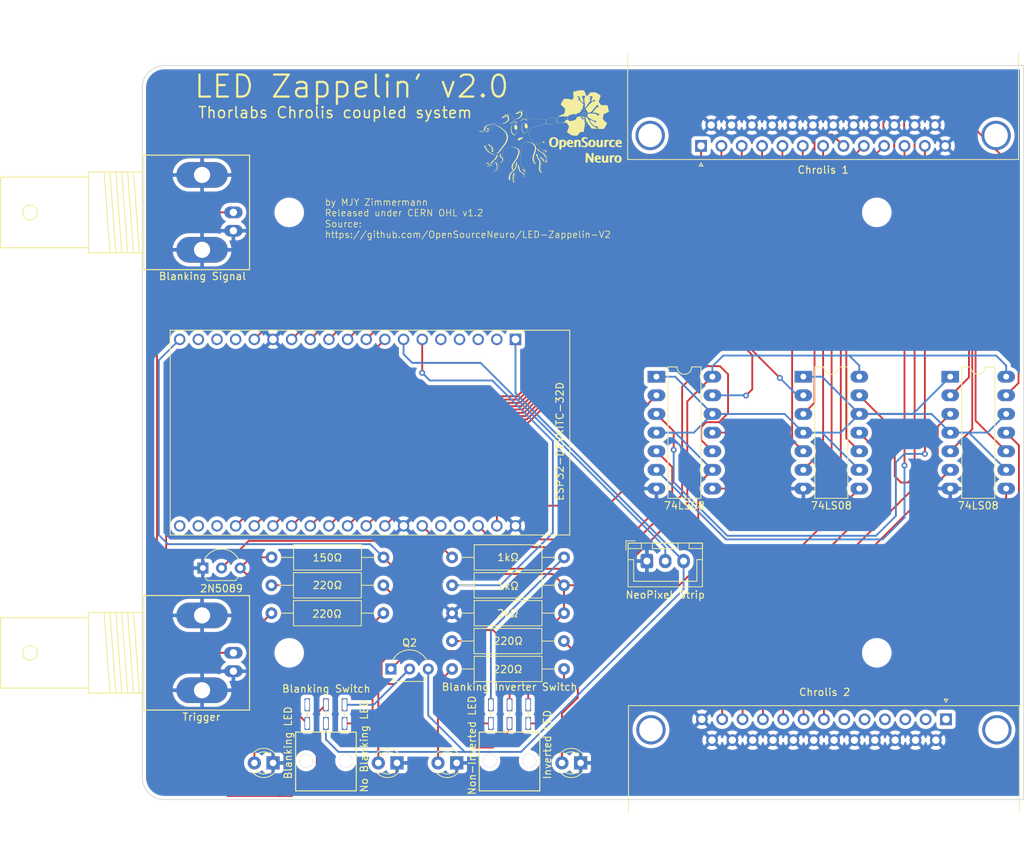
<source format=kicad_pcb>
(kicad_pcb (version 20211014) (generator pcbnew)
  (layers (0 "F.Cu" signal) (31 "B.Cu" signal) (34 "B.Paste" user) (35 "F.Paste" user) (36 "B.SilkS" user "B.Silkscreen") (37 "F.SilkS" user "F.Silkscreen") (38 "B.Mask" user) (39 "F.Mask" user) (44 "Edge.Cuts" user))
  (net 0 "")
  (net 1 "GNDREF")
  (net 2 "Net-(D1-Pad2)")
  (net 3 "Net-(D2-Pad2)")
  (net 4 "Net-(D3-Pad2)")
  (net 5 "Net-(D4-Pad2)")
  (net 6 "Net-(SW1-Pad2)")
  (net 7 "Trigger")
  (net 8 "GPIO15")
  (net 9 "GPIO02")
  (net 10 "GPIO00")
  (net 11 "GPIO04")
  (net 12 "GPIO16")
  (net 13 "GPIO17")
  (net 14 "GPIO Input 6")
  (net 15 "GPIO Input 5")
  (net 16 "GPIO Input 4")
  (net 17 "GPIO Input 3")
  (net 18 "GPIO Input 2")
  (net 19 "GPIO Input 1")
  (net 26 "GPIO Input 12")
  (net 27 "GPIO Input 11")
  (net 28 "GPIO Input 10")
  (net 29 "GPIO Input 9")
  (net 30 "GPIO Input 8")
  (net 31 "GPIO Input 7")
  (net 32 "NeoPixel")
  (net 33 "3.3V")
  (net 34 "Net-(Q1-Pad2)")
  (net 35 "Blanking")
  (net 36 "Net-(R1-Pad1)")
  (net 37 "Net-(R3-Pad2)")
  (net 38 "Net-(R4-Pad2)")
  (net 39 "5V")
  (net 40 "Net-(R6-Pad2)")
  (net 41 "Net-(R7-Pad2)")
  (net 42 "Net-(R8-Pad2)")
  (net 43 "Net-(SW2-Pad5)")
  (net 44 "Net-(SW1-Pad3)")
  (net 49 "GPIO25")
  (net 50 "GPIO26")
  (net 51 "GPIO27")
  (net 52 "GPIO28")
  (net 53 "GPIO12")
  (net 54 "GPIO13")
  (net 58 "GPIO23")
  (net 59 "GPIO22")
  (net 62 "GPIO21")
  (net 63 "GPIO19")
  (net 64 "GPIO18")
  (net 65 "GPIO05")
  (footprint "Module:MODULE_ESP32-DEVKITC-32D" (layer "F.Cu") (at 81 84.85 -90)
    (fp_text reference "U1")
    (fp_text value "ESP32-DEVKITC-32D")
  )
  (footprint "LED_THT:LED_D3.0mm" (layer "F.Cu") (at 109.625 129.85 180)
    (fp_text reference "D3")
    (fp_text value "Inverted LED")
  )
  (footprint "Connector_JST:JST_XH_B3B-XH-A_1x03_P2.50mm_Vertical" (layer "F.Cu") (at 118.65 102.35)
    (fp_text reference "J5")
    (fp_text value "NeoPixel Strip")
  )
  (footprint "MountingHole:MountingHole_3mm" (layer "F.Cu") (at 149.95 54.85)
    (fp_text reference "H2")
    (fp_text value "MountingHole")
  )
  (footprint "MountingHole:MountingHole_3mm" (layer "F.Cu") (at 69.95 54.85)
    (fp_text reference "H1")
    (fp_text value "MountingHole")
  )
  (footprint "Maxime:maxi_DPDT_Angled" (layer "F.Cu") (at 74.95 133.65)
    (fp_text reference "SW1" hide)
    (fp_text value "Blanking Switch")
  )
  (footprint "Resistor_THT:R_Axial_DIN0309_L9.0mm_D3.2mm_P15.24mm_Horizontal" (layer "F.Cu") (at 82.77 105.65 180)
    (fp_text reference "R4")
    (fp_text value "220Ω")
  )
  (footprint "Maxime:maxi_DPDT_Angled" (layer "F.Cu") (at 99.95 133.65)
    (fp_text reference "SW2" hide)
    (fp_text value "Blanking Inverter Switch")
  )
  (footprint "LED_THT:LED_D3.0mm" (layer "F.Cu") (at 67.75 129.85 180)
    (fp_text reference "D1")
    (fp_text value "Blanking LED")
  )
  (footprint "Maxime:Spiky 20" (layer "F.Cu") (at 105.25 44.5)
    (fp_text reference "")
    (fp_text value "LOGO" hide)
  )
  (footprint "Resistor_THT:R_Axial_DIN0309_L9.0mm_D3.2mm_P15.24mm_Horizontal" (layer "F.Cu") (at 67.53 109.45)
    (fp_text reference "R3")
    (fp_text value "220Ω")
  )
  (footprint "MountingHole:MountingHole_3mm" (layer "F.Cu") (at 149.95 114.85)
    (fp_text reference "H4")
    (fp_text value "MountingHole")
  )
  (footprint "Connector_Dsub:DSUB-25_Female_Horizontal_P2.77x2.84mm_EdgePinOffset9.90mm_Housed_MountingHolesOffset11.32mm" (layer "F.Cu") (at 126.025 45.79 180)
    (fp_text reference "J3")
    (fp_text value "Chrolis 1")
  )
  (footprint "Maxime:BNC_Socket_TYCO-AMP_LargePads" (layer "F.Cu") (at 57.35 54.85 90)
    (fp_text reference "J1")
    (fp_text value "Blanking Signal")
  )
  (footprint "Package_DIP:DIP-14_W7.62mm_LongPads" (layer "F.Cu") (at 119.95 77.23)
    (fp_text reference "U2")
    (fp_text value "74LS08")
  )
  (footprint "Package_DIP:DIP-14_W7.62mm_LongPads" (layer "F.Cu") (at 159.95 77.23)
    (fp_text reference "U4")
    (fp_text value "74LS08")
  )
  (footprint "MountingHole:MountingHole_3mm" (layer "F.Cu") (at 69.95 114.85)
    (fp_text reference "H3")
    (fp_text value "MountingHole")
  )
  (footprint "Resistor_THT:R_Axial_DIN0309_L9.0mm_D3.2mm_P15.24mm_Horizontal" (layer "F.Cu") (at 92.13 117.05)
    (fp_text reference "R8")
    (fp_text value "220Ω")
  )
  (footprint "Package_DIP:DIP-14_W7.62mm_LongPads" (layer "F.Cu") (at 139.95 77.23)
    (fp_text reference "U3")
    (fp_text value "74LS08")
  )
  (footprint "Connector_Dsub:DSUB-25_Female_Horizontal_P2.77x2.84mm_EdgePinOffset9.90mm_Housed_MountingHolesOffset11.32mm" (layer "F.Cu") (at 159.375 123.91)
    (fp_text reference "J4")
    (fp_text value "Chrolis 2")
  )
  (footprint "Resistor_THT:R_Axial_DIN0309_L9.0mm_D3.2mm_P15.24mm_Horizontal" (layer "F.Cu") (at 107.35 113.25 180)
    (fp_text reference "R7")
    (fp_text value "220Ω")
  )
  (footprint "Resistor_THT:R_Axial_DIN0309_L9.0mm_D3.2mm_P15.24mm_Horizontal" (layer "F.Cu") (at 67.55 101.85)
    (fp_text reference "R5")
    (fp_text value "150Ω")
  )
  (footprint "Package_TO_SOT_THT:TO-92L_Inline_Wide" (layer "F.Cu") (at 83.8 117.05)
    (fp_text reference "Q2")
    (fp_text value "2N5089")
  )
  (footprint "Resistor_THT:R_Axial_DIN0309_L9.0mm_D3.2mm_P15.24mm_Horizontal" (layer "F.Cu") (at 92.13 101.85)
    (fp_text reference "R6")
    (fp_text value "1kΩ")
  )
  (footprint "Resistor_THT:R_Axial_DIN0309_L9.0mm_D3.2mm_P15.24mm_Horizontal" (layer "F.Cu") (at 92.13 105.65)
    (fp_text reference "R1")
    (fp_text value "1kΩ")
  )
  (footprint "Maxime:BNC_Socket_TYCO-AMP_LargePads" (layer "F.Cu") (at 57.35 114.85 90)
    (fp_text reference "J2")
    (fp_text value "Trigger")
  )
  (footprint "LED_THT:LED_D3.0mm" (layer "F.Cu") (at 84.625 129.85 180)
    (fp_text reference "D2")
    (fp_text value "No Blanking LED")
  )
  (footprint "Package_TO_SOT_THT:TO-92L_Inline_Wide" (layer "F.Cu") (at 58.2 103.3)
    (fp_text reference "Q1")
    (fp_text value "2N5089")
  )
  (footprint "Resistor_THT:R_Axial_DIN0309_L9.0mm_D3.2mm_P15.24mm_Horizontal" (layer "F.Cu") (at 92.13 109.45)
    (fp_text reference "R2")
    (fp_text value "2kΩ")
  )
  (footprint "LED_THT:LED_D3.0mm" (layer "F.Cu") (at 92.75 129.85 180)
    (fp_text reference "D4")
    (fp_text value "Non-Inverted LED")
  )
  (gr_arc (start 49.95 37.85) (mid 50.82868 35.72868) (end 52.95 34.85) (layer "Edge.Cuts") (width 0.1))
  (gr_line (start 169.95 34.85) (end 169.95 134.85) (layer "Edge.Cuts") (width 0.1))
  (gr_line (start 49.95 131.85) (end 49.95 37.85) (layer "Edge.Cuts") (width 0.1))
  (gr_line (start 52.95 34.85) (end 169.95 34.85) (layer "Edge.Cuts") (width 0.1))
  (gr_line (start 169.95 134.85) (end 52.95 134.85) (layer "Edge.Cuts") (width 0.1))
  (gr_arc (start 52.95 134.85) (mid 50.82868 133.97132) (end 49.95 131.85) (layer "Edge.Cuts") (width 0.1))
  (gr_text "by MJY Zimmermann\nReleased under CERN OHL v1.2" (at 74.75 54.2) (layer "F.SilkS") (effects (font (size 0.9 0.9) (thickness 0.1)) (justify left)))
  (gr_text "Source:\nhttps://github.com/OpenSourceNeuro/LED-Zappelin-V2" (at 74.75 57.15) (layer "F.SilkS") (effects (font (size 0.9 0.9) (thickness 0.1)) (justify left)))
  (gr_text "LED Zappelin' v2.0" (at 78.45 37.7) (layer "F.SilkS") (effects (font (size 3 3) (thickness 0.3))))
  (gr_text "Thorlabs Chrolis coupled system" (at 76.2 41.25) (layer "F.SilkS") (effects (font (size 1.5 1.5) (thickness 0.2))))
  (segment (start 65.21 111.77) (end 67.53 109.45) (width 0.25) (layer "F.Cu") (net 2))
  (segment (start 65.21 129.85) (end 65.21 111.77) (width 0.25) (layer "F.Cu") (net 2))
  (segment (start 84.45 112.5) (end 84.45 107.33) (width 0.25) (layer "F.Cu") (net 3))
  (segment (start 82.085 129.85) (end 82.085 114.865) (width 0.25) (layer "F.Cu") (net 3))
  (segment (start 82.085 114.865) (end 84.45 112.5) (width 0.25) (layer "F.Cu") (net 3))
  (segment (start 84.45 107.33) (end 82.77 105.65) (width 0.25) (layer "F.Cu") (net 3))
  (segment (start 109.25 120.95) (end 109.25 115.15) (width 0.25) (layer "F.Cu") (net 4))
  (segment (start 107.085 129.85) (end 107.085 123.115) (width 0.25) (layer "F.Cu") (net 4))
  (segment (start 109.25 115.15) (end 107.35 113.25) (width 0.25) (layer "F.Cu") (net 4))
  (segment (start 107.085 123.115) (end 109.25 120.95) (width 0.25) (layer "F.Cu") (net 4))
  (segment (start 90.21 129.85) (end 90.21 118.97) (width 0.25) (layer "F.Cu") (net 5))
  (segment (start 90.21 118.97) (end 92.13 117.05) (width 0.25) (layer "F.Cu") (net 5))
  (segment (start 51.95 124.7) (end 61.6 134.35) (width 0.25) (layer "F.Cu") (net 6))
  (segment (start 73.7 123.15) (end 73.7 130.966086) (width 0.25) (layer "F.Cu") (net 6))
  (segment (start 74.92 121.93) (end 73.7 123.15) (width 0.25) (layer "F.Cu") (net 6))
  (segment (start 62.35126 54.85) (end 56.8 54.85) (width 0.25) (layer "F.Cu") (net 6))
  (segment (start 70.316086 134.35) (end 68.55 134.35) (width 0.25) (layer "F.Cu") (net 6))
  (segment (start 73.7 130.966086) (end 70.316086 134.35) (width 0.25) (layer "F.Cu") (net 6))
  (segment (start 61.6 134.35) (end 68.55 134.35) (width 0.25) (layer "F.Cu") (net 6))
  (segment (start 51.95 59.7) (end 51.95 124.7) (width 0.25) (layer "F.Cu") (net 6))
  (segment (start 68.55 134.35) (end 68.8 134.35) (width 0.25) (layer "F.Cu") (net 6))
  (segment (start 56.8 54.85) (end 51.95 59.7) (width 0.25) (layer "F.Cu") (net 6))
  (segment (start 74.95 121.93) (end 74.92 121.93) (width 0.25) (layer "F.Cu") (net 6))
  (segment (start 53.2 110.7) (end 53.2 77.3) (width 0.25) (layer "F.Cu") (net 7))
  (segment (start 62.35126 114.85) (end 57.35 114.85) (width 0.25) (layer "F.Cu") (net 7))
  (segment (start 80.33 74.8) (end 82.98 72.15) (width 0.25) (layer "F.Cu") (net 7))
  (segment (start 57.35 114.85) (end 53.2 110.7) (width 0.25) (layer "F.Cu") (net 7))
  (segment (start 53.2 77.3) (end 55.7 74.8) (width 0.25) (layer "F.Cu") (net 7))
  (segment (start 55.7 74.8) (end 80.33 74.8) (width 0.25) (layer "F.Cu") (net 7))
  (segment (start 62.66 97.55) (end 80.31 79.9) (width 0.25) (layer "F.Cu") (net 8))
  (segment (start 126.025 54.880331) (end 126.025 45.79) (width 0.25) (layer "F.Cu") (net 8))
  (segment (start 101.005331 79.9) (end 126.025 54.880331) (width 0.25) (layer "F.Cu") (net 8))
  (segment (start 80.31 79.9) (end 101.005331 79.9) (width 0.25) (layer "F.Cu") (net 8))
  (segment (start 65.2 97.55) (end 82.40048 80.34952) (width 0.25) (layer "F.Cu") (net 9))
  (segment (start 82.40048 80.34952) (end 101.191529 80.34952) (width 0.25) (layer "F.Cu") (net 9))
  (segment (start 126.812666 56.862666) (end 128.795 54.880331) (width 0.25) (layer "F.Cu") (net 9))
  (segment (start 128.795 54.880331) (end 128.795 45.79) (width 0.25) (layer "F.Cu") (net 9))
  (segment (start 124.678383 56.862666) (end 126.812666 56.862666) (width 0.25) (layer "F.Cu") (net 9))
  (segment (start 101.191529 80.34952) (end 124.678383 56.862666) (width 0.25) (layer "F.Cu") (net 9))
  (segment (start 131.565 54.880331) (end 131.565 45.79) (width 0.25) (layer "F.Cu") (net 10))
  (segment (start 129.112186 57.312186) (end 129.122666 57.322666) (width 0.25) (layer "F.Cu") (net 10))
  (segment (start 124.864581 57.312186) (end 129.112186 57.312186) (width 0.25) (layer "F.Cu") (net 10))
  (segment (start 84.49096 80.79904) (end 101.377727 80.79904) (width 0.25) (layer "F.Cu") (net 10))
  (segment (start 67.74 97.55) (end 84.49096 80.79904) (width 0.25) (layer "F.Cu") (net 10))
  (segment (start 101.377727 80.79904) (end 124.864581 57.312186) (width 0.25) (layer "F.Cu") (net 10))
  (segment (start 129.122666 57.322666) (end 131.565 54.880331) (width 0.25) (layer "F.Cu") (net 10))
  (segment (start 70.28 97.55) (end 86.58144 81.24856) (width 0.25) (layer "F.Cu") (net 11))
  (segment (start 86.58144 81.24856) (end 101.563925 81.24856) (width 0.25) (layer "F.Cu") (net 11))
  (segment (start 125.061259 57.772186) (end 131.443145 57.772186) (width 0.25) (layer "F.Cu") (net 11))
  (segment (start 134.335 54.880331) (end 134.335 45.79) (width 0.25) (layer "F.Cu") (net 11))
  (segment (start 101.563925 81.24856) (end 125.050779 57.761706) (width 0.25) (layer "F.Cu") (net 11))
  (segment (start 125.050779 57.761706) (end 125.061259 57.772186) (width 0.25) (layer "F.Cu") (net 11))
  (segment (start 131.443145 57.772186) (end 134.335 54.880331) (width 0.25) (layer "F.Cu") (net 11))
  (segment (start 133.763625 58.221706) (end 137.105 54.880331) (width 0.25) (layer "F.Cu") (net 12))
  (segment (start 72.82 97.55) (end 88.67192 81.69808) (width 0.25) (layer "F.Cu") (net 12))
  (segment (start 125.226497 58.221706) (end 133.763625 58.221706) (width 0.25) (layer "F.Cu") (net 12))
  (segment (start 88.67192 81.69808) (end 101.750123 81.69808) (width 0.25) (layer "F.Cu") (net 12))
  (segment (start 137.105 54.880331) (end 137.105 45.79) (width 0.25) (layer "F.Cu") (net 12))
  (segment (start 101.750123 81.69808) (end 125.226497 58.221706) (width 0.25) (layer "F.Cu") (net 12))
  (segment (start 101.936321 82.1476) (end 125.366961 58.71696) (width 0.25) (layer "F.Cu") (net 13))
  (segment (start 90.7624 82.1476) (end 101.936321 82.1476) (width 0.25) (layer "F.Cu") (net 13))
  (segment (start 75.36 97.55) (end 90.7624 82.1476) (width 0.25) (layer "F.Cu") (net 13))
  (segment (start 125.366961 58.71696) (end 136.038371 58.71696) (width 0.25) (layer "F.Cu") (net 13))
  (segment (start 136.038371 58.71696) (end 139.875 54.880331) (width 0.25) (layer "F.Cu") (net 13))
  (segment (start 139.875 54.880331) (end 139.875 45.79) (width 0.25) (layer "F.Cu") (net 13))
  (segment (start 139.95 89.93) (end 142.645 87.235) (width 0.25) (layer "F.Cu") (net 14))
  (segment (start 142.645 87.235) (end 142.645 45.79) (width 0.25) (layer "F.Cu") (net 14))
  (segment (start 141.474511 80.785489) (end 141.474511 44.849211) (width 0.25) (layer "F.Cu") (net 15))
  (segment (start 139.95 82.31) (end 141.474511 80.785489) (width 0.25) (layer "F.Cu") (net 15))
  (segment (start 143.875 44.25) (end 145.415 45.79) (width 0.25) (layer "F.Cu") (net 15))
  (segment (start 141.474511 44.849211) (end 142.073722 44.25) (width 0.25) (layer "F.Cu") (net 15))
  (segment (start 142.073722 44.25) (end 143.875 44.25) (width 0.25) (layer "F.Cu") (net 15))
  (segment (start 134.95 95.15) (end 141.15 95.15) (width 0.25) (layer "F.Cu") (net 16))
  (segment (start 143.8 50.175) (end 148.185 45.79) (width 0.25) (layer "F.Cu") (net 16))
  (segment (start 127.57 84.85) (end 129.5 84.85) (width 0.25) (layer "F.Cu") (net 16))
  (segment (start 143.8 92.5) (end 143.8 50.175) (width 0.25) (layer "F.Cu") (net 16))
  (segment (start 141.15 95.15) (end 143.8 92.5) (width 0.25) (layer "F.Cu") (net 16))
  (segment (start 130.9 91.1) (end 134.95 95.15) (width 0.25) (layer "F.Cu") (net 16))
  (segment (start 130.9 86.25) (end 130.9 91.1) (width 0.25) (layer "F.Cu") (net 16))
  (segment (start 129.5 84.85) (end 130.9 86.25) (width 0.25) (layer "F.Cu") (net 16))
  (segment (start 141.65 96.55) (end 145.05 93.15) (width 0.25) (layer "F.Cu") (net 17))
  (segment (start 130.07 92.47) (end 134.15 96.55) (width 0.25) (layer "F.Cu") (net 17))
  (segment (start 145.05 51.695) (end 150.955 45.79) (width 0.25) (layer "F.Cu") (net 17))
  (segment (start 134.15 96.55) (end 141.65 96.55) (width 0.25) (layer "F.Cu") (net 17))
  (segment (start 127.57 92.47) (end 130.07 92.47) (width 0.25) (layer "F.Cu") (net 17))
  (segment (start 145.05 93.15) (end 145.05 51.695) (width 0.25) (layer "F.Cu") (net 17))
  (segment (start 153.725 89.325) (end 153.725 89.375) (width 0.25) (layer "F.Cu") (net 18))
  (segment (start 153.725 89.325) (end 153.725 45.79) (width 0.25) (layer "F.Cu") (net 18))
  (via (at 153.725 89.325) (size 0.8) (drill 0.4) (layers "F.Cu" "B.Cu") (net 18))
  (segment (start 153.725 96.425) (end 153.725 89.375) (width 0.25) (layer "B.Cu") (net 18))
  (segment (start 119.95 89.93) (end 129.42 99.4) (width 0.25) (layer "B.Cu") (net 18))
  (segment (start 129.42 99.4) (end 150.75 99.4) (width 0.25) (layer "B.Cu") (net 18))
  (segment (start 150.75 99.4) (end 153.725 96.425) (width 0.25) (layer "B.Cu") (net 18))
  (segment (start 156.5 82.81) (end 156.5 87.75) (width 0.25) (layer "F.Cu") (net 19))
  (segment (start 119.95 82.31) (end 122.3 84.66) (width 0.25) (layer "F.Cu") (net 19))
  (segment (start 156.495 45.79) (end 156.495 82.805) (width 0.25) (layer "F.Cu") (net 19))
  (segment (start 156.495 82.805) (end 156.5 82.81) (width 0.25) (layer "F.Cu") (net 19))
  (segment (start 122.3 84.66) (end 122.3 87.2) (width 0.25) (layer "F.Cu") (net 19))
  (via (at 122.3 87.2) (size 0.8) (drill 0.4) (layers "F.Cu" "B.Cu") (net 19))
  (via (at 156.5 87.75) (size 0.8) (drill 0.4) (layers "F.Cu" "B.Cu") (net 19))
  (segment (start 127.1 96.40048) (end 126.99976 96.30024) (width 0.25) (layer "B.Cu") (net 19))
  (segment (start 152.55 96.2) (end 149.85 98.9) (width 0.25) (layer "B.Cu") (net 19))
  (segment (start 129.59952 98.9) (end 126.99976 96.30024) (width 0.25) (layer "B.Cu") (net 19))
  (segment (start 152.55 88.9) (end 152.55 96.2) (width 0.25) (layer "B.Cu") (net 19))
  (segment (start 153.7 87.75) (end 152.55 88.9) (width 0.25) (layer "B.Cu") (net 19))
  (segment (start 156.5 87.75) (end 153.7 87.75) (width 0.25) (layer "B.Cu") (net 19))
  (segment (start 126.99976 96.30024) (end 122.3 91.60048) (width 0.25) (layer "B.Cu") (net 19))
  (segment (start 149.85 98.9) (end 129.59952 98.9) (width 0.25) (layer "B.Cu") (net 19))
  (segment (start 122.3 91.60048) (end 122.3 87.2) (width 0.25) (layer "B.Cu") (net 19))
  (segment (start 169.3 86.58) (end 167.57 84.85) (width 0.25) (layer "F.Cu") (net 26))
  (segment (start 142.755 123.91) (end 142.755 114.85) (width 0.25) (layer "F.Cu") (net 26))
  (segment (start 142.755 114.85) (end 147.605 110) (width 0.25) (layer "F.Cu") (net 26))
  (segment (start 169.3 95.2) (end 169.3 86.58) (width 0.25) (layer "F.Cu") (net 26))
  (segment (start 147.605 110) (end 154.5 110) (width 0.25) (layer "F.Cu") (net 26))
  (segment (start 154.5 110) (end 169.3 95.2) (width 0.25) (layer "F.Cu") (net 26))
  (segment (start 167.57 93.68) (end 167.57 92.47) (width 0.25) (layer "F.Cu") (net 27))
  (segment (start 139.985 114.85) (end 146.535 108.3) (width 0.25) (layer "F.Cu") (net 27))
  (segment (start 139.985 123.91) (end 139.985 114.85) (width 0.25) (layer "F.Cu") (net 27))
  (segment (start 146.535 108.3) (end 152.95 108.3) (width 0.25) (layer "F.Cu") (net 27))
  (segment (start 152.95 108.3) (end 167.57 93.68) (width 0.25) (layer "F.Cu") (net 27))
  (segment (start 137.215 112.665) (end 159.95 89.93) (width 0.25) (layer "F.Cu") (net 28))
  (segment (start 137.215 123.91) (end 137.215 112.665) (width 0.25) (layer "F.Cu") (net 28))
  (segment (start 134.445 112.955) (end 158.25 89.15) (width 0.25) (layer "F.Cu") (net 29))
  (segment (start 158.25 84.01) (end 159.95 82.31) (width 0.25) (layer "F.Cu") (net 29))
  (segment (start 134.445 123.91) (end 134.445 112.955) (width 0.25) (layer "F.Cu") (net 29))
  (segment (start 158.25 89.15) (end 158.25 84.01) (width 0.25) (layer "F.Cu") (net 29))
  (segment (start 131.675 123.91) (end 131.675 112.375) (width 0.25) (layer "F.Cu") (net 30))
  (segment (start 131.675 112.375) (end 150.3 93.75) (width 0.25) (layer "F.Cu") (net 30))
  (segment (start 150.3 93.75) (end 150.3 87.58) (width 0.25) (layer "F.Cu") (net 30))
  (segment (start 150.3 87.58) (end 147.57 84.85) (width 0.25) (layer "F.Cu") (net 30))
  (segment (start 128.905 123.91) (end 128.905 111.135) (width 0.25) (layer "F.Cu") (net 31))
  (segment (start 128.905 111.135) (end 147.57 92.47) (width 0.25) (layer "F.Cu") (net 31))
  (segment (start 96.014282 75.35) (end 86.7 75.35) (width 0.25) (layer "B.Cu") (net 32))
  (segment (start 85.52 74.17) (end 85.52 72.15) (width 0.25) (layer "B.Cu") (net 32))
  (segment (start 121.15 102.35) (end 121.15 100.485718) (width 0.25) (layer "B.Cu") (net 32))
  (segment (start 121.15 100.485718) (end 96.014282 75.35) (width 0.25) (layer "B.Cu") (net 32))
  (segment (start 86.7 75.35) (end 85.52 74.17) (width 0.25) (layer "B.Cu") (net 32))
  (segment (start 100.76 72.15) (end 100.76 79.46) (width 0.25) (layer "B.Cu") (net 33))
  (segment (start 74.95 126.65) (end 76.65 128.35) (width 0.25) (layer "B.Cu") (net 33))
  (segment (start 88.88 123.38) (end 93.85 128.35) (width 0.25) (layer "B.Cu") (net 33))
  (segment (start 93.85 128.35) (end 97.07 128.35) (width 0.25) (layer "B.Cu") (net 33))
  (segment (start 88.88 117.05) (end 88.88 123.38) (width 0.25) (layer "B.Cu") (net 33))
  (segment (start 101.509022 128.35) (end 123.65 106.209022) (width 0.25) (layer "B.Cu") (net 33))
  (segment (start 74.95 124.47) (end 74.95 126.65) (width 0.25) (layer "B.Cu") (net 33))
  (segment (start 76.65 128.35) (end 93.85 128.35) (width 0.25) (layer "B.Cu") (net 33))
  (segment (start 97.07 128.35) (end 101.509022 128.35) (width 0.25) (layer "B.Cu") (net 33))
  (segment (start 123.65 106.209022) (end 123.65 102.35) (width 0.25) (layer "B.Cu") (net 33))
  (segment (start 100.76 79.46) (end 123.65 102.35) (width 0.25) (layer "B.Cu") (net 33))
  (segment (start 89.88 99.6) (end 92.13 101.85) (width 0.25) (layer "F.Cu") (net 34))
  (segment (start 60.74 103.3) (end 64.44 99.6) (width 0.25) (layer "F.Cu") (net 34))
  (segment (start 64.44 99.6) (end 89.88 99.6) (width 0.25) (layer "F.Cu") (net 34))
  (segment (start 64.095 104.115) (end 63.28 103.3) (width 0.25) (layer "F.Cu") (net 35))
  (segment (start 125.65 103.05) (end 123.05 105.65) (width 0.25) (layer "F.Cu") (net 35))
  (segment (start 127.57 89.93) (end 125.65 91.85) (width 0.25) (layer "F.Cu") (net 35))
  (segment (start 125.65 91.85) (end 125.65 103.05) (width 0.25) (layer "F.Cu") (net 35))
  (segment (start 102.49 114.33) (end 107.37 109.45) (width 0.25) (layer "F.Cu") (net 35))
  (segment (start 67.55 101.85) (end 64.73 101.85) (width 0.25) (layer "F.Cu") (net 35))
  (segment (start 105.835 104.115) (end 64.095 104.115) (width 0.25) (layer "F.Cu") (net 35))
  (segment (start 102.49 121.93) (end 102.49 114.33) (width 0.25) (layer "F.Cu") (net 35))
  (segment (start 105.835 104.115) (end 107.37 105.65) (width 0.25) (layer "F.Cu") (net 35))
  (segment (start 123.05 105.65) (end 107.37 105.65) (width 0.25) (layer "F.Cu") (net 35))
  (segment (start 64.73 101.85) (end 63.28 103.3) (width 0.25) (layer "F.Cu") (net 35))
  (segment (start 107.37 105.65) (end 107.37 109.45) (width 0.25) (layer "F.Cu") (net 35))
  (segment (start 162.49 84.85) (end 167.57 89.93) (width 0.25) (layer "B.Cu") (net 35))
  (segment (start 119.95 77.23) (end 122.49 77.23) (width 0.25) (layer "B.Cu") (net 35))
  (segment (start 139.95 77.23) (end 142.49 77.23) (width 0.25) (layer "B.Cu") (net 35))
  (segment (start 165.03 84.85) (end 167.57 82.31) (width 0.25) (layer "B.Cu") (net 35))
  (segment (start 139.95 84.85) (end 145.03 84.85) (width 0.25) (layer "B.Cu") (net 35))
  (segment (start 154.87 82.31) (end 159.95 77.23) (width 0.25) (layer "B.Cu") (net 35))
  (segment (start 139.95 84.85) (end 142.49 84.85) (width 0.25) (layer "B.Cu") (net 35))
  (segment (start 119.95 84.85) (end 125.03 84.85) (width 0.25) (layer "B.Cu") (net 35))
  (segment (start 122.49 77.23) (end 127.57 82.31) (width 0.25) (layer "B.Cu") (net 35))
  (segment (start 137.41 82.31) (end 139.95 84.85) (width 0.25) (layer "B.Cu") (net 35))
  (segment (start 119.95 84.85) (end 122.49 84.85) (width 0.25) (layer "B.Cu") (net 35))
  (segment (start 147.57 82.31) (end 154.87 82.31) (width 0.25) (layer "B.Cu") (net 35))
  (segment (start 159.95 84.85) (end 165.03 84.85) (width 0.25) (layer "B.Cu") (net 35))
  (segment (start 157.41 82.31) (end 159.95 84.85) (width 0.25) (layer "B.Cu") (net 35))
  (segment (start 125.03 84.85) (end 127.57 82.31) (width 0.25) (layer "B.Cu") (net 35))
  (segment (start 122.49 84.85) (end 127.57 89.93) (width 0.25) (layer "B.Cu") (net 35))
  (segment (start 147.57 82.31) (end 157.41 82.31) (width 0.25) (layer "B.Cu") (net 35))
  (segment (start 142.49 77.23) (end 147.57 82.31) (width 0.25) (layer "B.Cu") (net 35))
  (segment (start 127.57 82.31) (end 137.41 82.31) (width 0.25) (layer "B.Cu") (net 35))
  (segment (start 159.95 84.85) (end 162.49 84.85) (width 0.25) (layer "B.Cu") (net 35))
  (segment (start 145.03 84.85) (end 147.57 82.31) (width 0.25) (layer "B.Cu") (net 35))
  (segment (start 142.49 84.85) (end 147.57 89.93) (width 0.25) (layer "B.Cu") (net 35))
  (segment (start 88.06 76.69) (end 88.05 76.7) (width 0.25) (layer "F.Cu") (net 36))
  (segment (start 88.06 72.15) (end 88.06 76.69) (width 0.25) (layer "F.Cu") (net 36))
  (via (at 88.05 76.7) (size 0.8) (drill 0.4) (layers "F.Cu" "B.Cu") (net 36))
  (segment (start 97.6 77.75) (end 89.1 77.75) (width 0.25) (layer "B.Cu") (net 36))
  (segment (start 105.85 86) (end 97.6 77.75) (width 0.25) (layer "B.Cu") (net 36))
  (segment (start 92.13 105.65) (end 98.7 105.65) (width 0.25) (layer "B.Cu") (net 36))
  (segment (start 89.1 77.75) (end 88.05 76.7) (width 0.25) (layer "B.Cu") (net 36))
  (segment (start 98.7 105.65) (end 105.85 98.5) (width 0.25) (layer "B.Cu") (net 36))
  (segment (start 105.85 98.5) (end 105.85 86) (width 0.25) (layer "B.Cu") (net 36))
  (segment (start 81.32 110.9) (end 82.77 109.45) (width 0.25) (layer "F.Cu") (net 37))
  (segment (start 81.2 123.3) (end 81.3 123.2) (width 0.25) (layer "F.Cu") (net 37))
  (segment (start 77.49 124.47) (end 80.03 124.47) (width 0.25) (layer "F.Cu") (net 37))
  (segment (start 80.03 124.47) (end 81.2 123.3) (width 0.25) (layer "F.Cu") (net 37))
  (segment (start 81.3 110.9) (end 81.32 110.9) (width 0.25) (layer "F.Cu") (net 37))
  (segment (start 81.3 123.2) (end 81.3 110.9) (width 0.25) (layer "F.Cu") (net 37))
  (segment (start 72.41 124.47) (end 71.3 123.36) (width 0.25) (layer "F.Cu") (net 38))
  (segment (start 71.3 119.1) (end 73.65 116.75) (width 0.25) (layer "F.Cu") (net 38))
  (segment (start 73.65 116.75) (end 73.65 110.1) (width 0.25) (layer "F.Cu") (net 38))
  (segment (start 71.3 123.36) (end 71.3 119.1) (width 0.25) (layer "F.Cu") (net 38))
  (segment (start 73.65 110.1) (end 69.2 105.65) (width 0.25) (layer "F.Cu") (net 38))
  (segment (start 69.2 105.65) (end 67.53 105.65) (width 0.25) (layer "F.Cu") (net 38))
  (segment (start 124.15 94.6) (end 115.35 103.4) (width 0.25) (layer "F.Cu") (net 39))
  (segment (start 115.35 103.4) (end 84.34 103.4) (width 0.25) (layer "F.Cu") (net 39))
  (segment (start 124.15 80.6) (end 124.15 94.6) (width 0.25) (layer "F.Cu") (net 39))
  (segment (start 84.34 103.4) (end 82.79 101.85) (width 0.25) (layer "F.Cu") (net 39))
  (segment (start 127.57 77.23) (end 127.52 77.23) (width 0.25) (layer "F.Cu") (net 39))
  (segment (start 127.52 77.23) (end 124.15 80.6) (width 0.25) (layer "F.Cu") (net 39))
  (segment (start 80.99 100.05) (end 53.45 100.05) (width 0.25) (layer "B.Cu") (net 39))
  (segment (start 146.2 74.35) (end 165.3 74.35) (width 0.25) (layer "B.Cu") (net 39))
  (segment (start 129.05 74.35) (end 146.2 74.35) (width 0.25) (layer "B.Cu") (net 39))
  (segment (start 127.57 77.23) (end 127.57 75.83) (width 0.25) (layer "B.Cu") (net 39))
  (segment (start 52.2 98.8) (end 52.2 74.99) (width 0.25) (layer "B.Cu") (net 39))
  (segment (start 147.57 75.72) (end 147.57 77.23) (width 0.25) (layer "B.Cu") (net 39))
  (segment (start 52.2 74.99) (end 55.04 72.15) (width 0.25) (layer "B.Cu") (net 39))
  (segment (start 165.3 74.35) (end 166.2 74.35) (width 0.25) (layer "B.Cu") (net 39))
  (segment (start 127.57 75.83) (end 129.05 74.35) (width 0.25) (layer "B.Cu") (net 39))
  (segment (start 146.2 74.35) (end 147.57 75.72) (width 0.25) (layer "B.Cu") (net 39))
  (segment (start 166.2 74.35) (end 167.57 75.72) (width 0.25) (layer "B.Cu") (net 39))
  (segment (start 53.45 100.05) (end 52.2 98.8) (width 0.25) (layer "B.Cu") (net 39))
  (segment (start 82.79 101.85) (end 80.99 100.05) (width 0.25) (layer "B.Cu") (net 39))
  (segment (start 167.57 75.72) (end 167.57 77.23) (width 0.25) (layer "B.Cu") (net 39))
  (segment (start 97.41 121.93) (end 97.41 111.81) (width 0.25) (layer "B.Cu") (net 40))
  (segment (start 97.41 111.81) (end 107.37 101.85) (width 0.25) (layer "B.Cu") (net 40))
  (segment (start 92.11 113.25) (end 94 113.25) (width 0.25) (layer "F.Cu") (net 41))
  (segment (start 94.7 113.95) (end 94.7 122.76) (width 0.25) (layer "F.Cu") (net 41))
  (segment (start 94 113.25) (end 94.7 113.95) (width 0.25) (layer "F.Cu") (net 41))
  (segment (start 96.41 124.47) (end 97.41 124.47) (width 0.25) (layer "F.Cu") (net 41))
  (segment (start 94.7 122.76) (end 96.41 124.47) (width 0.25) (layer "F.Cu") (net 41))
  (segment (start 107.37 120.59) (end 107.37 117.05) (width 0.25) (layer "F.Cu") (net 42))
  (segment (start 103.49 124.47) (end 107.37 120.59) (width 0.25) (layer "F.Cu") (net 42))
  (segment (start 102.49 124.47) (end 103.49 124.47) (width 0.25) (layer "F.Cu") (net 42))
  (segment (start 95.1 127.75) (end 97.65 127.75) (width 0.25) (layer "F.Cu") (net 43))
  (segment (start 83.8 117.05) (end 86.25 114.6) (width 0.25) (layer "F.Cu") (net 43))
  (segment (start 99.95 125.45) (end 99.95 124.47) (width 0.25) (layer "F.Cu") (net 43))
  (segment (start 97.65 127.75) (end 99.95 125.45) (width 0.25) (layer "F.Cu") (net 43))
  (segment (start 86.25 114.6) (end 92.35 114.6) (width 0.25) (layer "F.Cu") (net 43))
  (segment (start 92.35 114.6) (end 93.625 115.875) (width 0.25) (layer "F.Cu") (net 43))
  (segment (start 93.625 115.875) (end 93.625 126.275) (width 0.25) (layer "F.Cu") (net 43))
  (segment (start 93.625 126.275) (end 95.1 127.75) (width 0.25) (layer "F.Cu") (net 43))
  (segment (start 82.53452 118.13452) (end 83.5 119.1) (width 0.25) (layer "F.Cu") (net 44))
  (segment (start 97.7 111.75) (end 86.950978 111.75) (width 0.25) (layer "F.Cu") (net 44))
  (segment (start 83.5 119.1) (end 84.29 119.1) (width 0.25) (layer "F.Cu") (net 44))
  (segment (start 99.95 121.93) (end 99.95 114) (width 0.25) (layer "F.Cu") (net 44))
  (segment (start 84.29 119.1) (end 86.34 117.05) (width 0.25) (layer "F.Cu") (net 44))
  (segment (start 82.53452 116.166458) (end 82.53452 118.13452) (width 0.25) (layer "F.Cu") (net 44))
  (segment (start 86.950978 111.75) (end 82.53452 116.166458) (width 0.25) (layer "F.Cu") (net 44))
  (segment (start 99.95 114) (end 97.7 111.75) (width 0.25) (layer "F.Cu") (net 44))
  (segment (start 81.46 121.93) (end 82.12 121.27) (width 0.25) (layer "B.Cu") (net 44))
  (segment (start 77.49 121.93) (end 81.46 121.93) (width 0.25) (layer "B.Cu") (net 44))
  (segment (start 82.12 121.27) (end 86.34 117.05) (width 0.25) (layer "B.Cu") (net 44))
  (segment (start 150.85 43.45) (end 152.324511 44.924511) (width 0.25) (layer "F.Cu") (net 49))
  (segment (start 112.39048 40.19952) (end 148.40982 40.19952) (width 0.25) (layer "F.Cu") (net 49))
  (segment (start 145.8 85.62) (end 145.8 53.100978) (width 0.25) (layer "F.Cu") (net 49))
  (segment (start 149.6 40.2) (end 150.85 41.45) (width 0.25) (layer "F.Cu") (net 49))
  (segment (start 150.85 41.45) (end 150.85 43.45) (width 0.25) (layer "F.Cu") (net 49))
  (segment (start 148.4103 40.2) (end 149.6 40.2) (width 0.25) (layer "F.Cu") (net 49))
  (segment (start 152.325489 46.575489) (end 152.325489 44.924511) (width 0.25) (layer "F.Cu") (net 49))
  (segment (start 145.8 53.100978) (end 152.325489 46.575489) (width 0.25) (layer "F.Cu") (net 49))
  (segment (start 148.40982 40.19952) (end 148.4103 40.2) (width 0.25) (layer "F.Cu") (net 49))
  (segment (start 152.324511 44.924511) (end 152.325489 44.924511) (width 0.25) (layer "F.Cu") (net 49))
  (segment (start 147.57 87.39) (end 145.8 85.62) (width 0.25) (layer "F.Cu") (net 49))
  (segment (start 80.44 72.15) (end 112.39048 40.19952) (width 0.25) (layer "F.Cu") (net 49))
  (segment (start 155.1 45.051278) (end 155.1 90.75) (width 0.25) (layer "F.Cu") (net 50))
  (segment (start 155.1 90.75) (end 154.2 91.65) (width 0.25) (layer "F.Cu") (net 50))
  (segment (start 152.4 90.8) (end 152.4 84.6) (width 0.25) (layer "F.Cu") (net 50))
  (segment (start 154.2 91.65) (end 153.25 91.65) (width 0.25) (layer "F.Cu") (net 50))
  (segment (start 152.4 84.6) (end 147.57 79.77) (width 0.25) (layer "F.Cu") (net 50))
  (segment (start 153.674361 43.625639) (end 155.1 45.051278) (width 0.25) (layer "F.Cu") (net 50))
  (segment (start 151.7 39.75) (end 153.674361 41.724361) (width 0.25) (layer "F.Cu") (net 50))
  (segment (start 77.9 72.15) (end 110.3 39.75) (width 0.25) (layer "F.Cu") (net 50))
  (segment (start 110.3 39.75) (end 151.7 39.75) (width 0.25) (layer "F.Cu") (net 50))
  (segment (start 153.25 91.65) (end 152.4 90.8) (width 0.25) (layer "F.Cu") (net 50))
  (segment (start 153.674361 41.724361) (end 153.674361 43.625639) (width 0.25) (layer "F.Cu") (net 50))
  (segment (start 156.963802 39.04856) (end 162.50096 44.585718) (width 0.25) (layer "F.Cu") (net 51))
  (segment (start 162.50096 44.585718) (end 162.50096 77.328062) (width 0.25) (layer "F.Cu") (net 51))
  (segment (start 75.36 72.15) (end 108.46144 39.04856) (width 0.25) (layer "F.Cu") (net 51))
  (segment (start 160.059022 79.77) (end 159.95 79.77) (width 0.25) (layer "F.Cu") (net 51))
  (segment (start 108.46144 39.04856) (end 156.963802 39.04856) (width 0.25) (layer "F.Cu") (net 51))
  (segment (start 162.50096 77.328062) (end 160.059022 79.77) (width 0.25) (layer "F.Cu") (net 51))
  (segment (start 162.95048 84.38952) (end 159.95 87.39) (width 0.25) (layer "F.Cu") (net 52))
  (segment (start 157.15 38.59904) (end 162.95048 44.39952) (width 0.25) (layer "F.Cu") (net 52))
  (segment (start 72.82 72.15) (end 106.37096 38.59904) (width 0.25) (layer "F.Cu") (net 52))
  (segment (start 162.95048 44.39952) (end 162.95048 84.38952) (width 0.25) (layer "F.Cu") (net 52))
  (segment (start 106.37096 38.59904) (end 157.15 38.59904) (width 0.25) (layer "F.Cu") (net 52))
  (segment (start 104.28048 38.14952) (end 157.363802 38.14952) (width 0.25) (layer "F.Cu") (net 53))
  (segment (start 163.4 83.22) (end 167.57 87.39) (width 0.25) (layer "F.Cu") (net 53))
  (segment (start 162.057141 42.842859) (end 163.4 44.185718) (width 0.25) (layer "F.Cu") (net 53))
  (segment (start 163.4 44.185718) (end 163.4 83.22) (width 0.25) (layer "F.Cu") (net 53))
  (segment (start 157.363802 38.14952) (end 162.057141 42.842859) (width 0.25) (layer "F.Cu") (net 53))
  (segment (start 70.28 72.15) (end 104.28048 38.14952) (width 0.25) (layer "F.Cu") (net 53))
  (segment (start 169.25 49.4) (end 169.25 78.09) (width 0.25) (layer "F.Cu") (net 54))
  (segment (start 99.65 37.7) (end 157.55 37.7) (width 0.25) (layer "F.Cu") (net 54))
  (segment (start 65.2 72.15) (end 99.65 37.7) (width 0.25) (layer "F.Cu") (net 54))
  (segment (start 157.55 37.7) (end 169.25 49.4) (width 0.25) (layer "F.Cu") (net 54))
  (segment (start 169.25 78.09) (end 167.57 79.77) (width 0.25) (layer "F.Cu") (net 54))
  (segment (start 116.55 91.55) (end 113.3 94.8) (width 0.25) (layer "F.Cu") (net 58))
  (segment (start 113.3 94.8) (end 99 94.8) (width 0.25) (layer "F.Cu") (net 58))
  (segment (start 99 94.8) (end 98.22 95.58) (width 0.25) (layer "F.Cu") (net 58))
  (segment (start 98.22 95.58) (end 98.22 97.55) (width 0.25) (layer "F.Cu") (net 58))
  (segment (start 119.95 79.77) (end 116.55 83.17) (width 0.25) (layer "F.Cu") (net 58))
  (segment (start 116.55 83.17) (end 116.55 91.55) (width 0.25) (layer "F.Cu") (net 58))
  (segment (start 95.68 97.55) (end 97.53 99.4) (width 0.25) (layer "F.Cu") (net 59))
  (segment (start 97.53 99.4) (end 115.9 99.4) (width 0.25) (layer "F.Cu") (net 59))
  (segment (start 115.9 99.4) (end 122.1 93.2) (width 0.25) (layer "F.Cu") (net 59))
  (segment (start 122.1 89.54) (end 119.95 87.39) (width 0.25) (layer "F.Cu") (net 59))
  (segment (start 122.1 93.2) (end 122.1 89.54) (width 0.25) (layer "F.Cu") (net 59))
  (segment (start 93.4 99) (end 94.85 100.45) (width 0.25) (layer "F.Cu") (net 62))
  (segment (start 123.45 78.6) (end 126.25 75.8) (width 0.25) (layer "F.Cu") (net 62))
  (segment (start 128.6 75.8) (end 129.7 76.9) (width 0.25) (layer "F.Cu") (net 62))
  (segment (start 126.04548 85.86548) (end 127.57 87.39) (width 0.25) (layer "F.Cu") (net 62))
  (segment (start 126.25 75.8) (end 128.6 75.8) (width 0.25) (layer "F.Cu") (net 62))
  (segment (start 89.51 99) (end 93.4 99) (width 0.25) (layer "F.Cu") (net 62))
  (segment (start 116.3 100.45) (end 123.45 93.3) (width 0.25) (layer "F.Cu") (net 62))
  (segment (start 126.71548 83.43452) (end 126.04548 84.10452) (width 0.25) (layer "F.Cu") (net 62))
  (segment (start 128.46548 83.43452) (end 126.71548 83.43452) (width 0.25) (layer "F.Cu") (net 62))
  (segment (start 129.7 82.2) (end 128.46548 83.43452) (width 0.25) (layer "F.Cu") (net 62))
  (segment (start 88.06 97.55) (end 89.51 99) (width 0.25) (layer "F.Cu") (net 62))
  (segment (start 123.45 93.3) (end 123.45 78.6) (width 0.25) (layer "F.Cu") (net 62))
  (segment (start 126.04548 84.10452) (end 126.04548 85.86548) (width 0.25) (layer "F.Cu") (net 62))
  (segment (start 94.85 100.45) (end 116.3 100.45) (width 0.25) (layer "F.Cu") (net 62))
  (segment (start 129.7 76.9) (end 129.7 82.2) (width 0.25) (layer "F.Cu") (net 62))
  (segment (start 133 78.95) (end 132.2 79.75) (width 0.25) (layer "F.Cu") (net 63))
  (segment (start 102.494914 83.49616) (end 115.442034 70.54904) (width 0.25) (layer "F.Cu") (net 63))
  (segment (start 133 74.29904) (end 133 78.95) (width 0.25) (layer "F.Cu") (net 63))
  (segment (start 82.98 97.55) (end 97.03384 83.49616) (width 0.25) (layer "F.Cu") (net 63))
  (segment (start 129.25 70.54904) (end 133 74.29904) (width 0.25) (layer "F.Cu") (net 63))
  (segment (start 115.442034 70.54904) (end 129.25 70.54904) (width 0.25) (layer "F.Cu") (net 63))
  (segment (start 97.03384 83.49616) (end 102.494914 83.49616) (width 0.25) (layer "F.Cu") (net 63))
  (via (at 132.15 79.8) (size 0.8) (drill 0.4) (layers "F.Cu" "B.Cu") (net 63))
  (segment (start 132.15 79.8) (end 132.12 79.77) (width 0.25) (layer "B.Cu") (net 63))
  (segment (start 132.12 79.77) (end 127.57 79.77) (width 0.25) (layer "B.Cu") (net 63))
  (segment (start 129.44952 70.09952) (end 115.255837 70.09952) (width 0.25) (layer "F.Cu") (net 64))
  (segment (start 102.308716 83.04664) (end 94.94336 83.04664) (width 0.25) (layer "F.Cu") (net 64))
  (segment (start 94.94336 83.04664) (end 80.44 97.55) (width 0.25) (layer "F.Cu") (net 64))
  (segment (start 136.75 77.4) (end 129.44952 70.09952) (width 0.25) (layer "F.Cu") (net 64))
  (segment (start 115.255837 70.09952) (end 102.308716 83.04664) (width 0.25) (layer "F.Cu") (net 64))
  (via (at 136.75 77.4) (size 0.8) (drill 0.4) (layers "F.Cu" "B.Cu") (net 64))
  (segment (start 139.95 79.77) (end 139.12 79.77) (width 0.25) (layer "B.Cu") (net 64))
  (segment (start 139.12 79.77) (end 136.75 77.4) (width 0.25) (layer "B.Cu") (net 64))
  (segment (start 115.069639 69.65) (end 134.4 69.65) (width 0.25) (layer "F.Cu") (net 65))
  (segment (start 138.42548 73.67548) (end 138.42548 85.86548) (width 0.25) (layer "F.Cu") (net 65))
  (segment (start 77.9 97.55) (end 92.85288 82.59712) (width 0.25) (layer "F.Cu") (net 65))
  (segment (start 134.4 69.65) (end 138.42548 73.67548) (width 0.25) (layer "F.Cu") (net 65))
  (segment (start 102.122519 82.59712) (end 115.069639 69.65) (width 0.25) (layer "F.Cu") (net 65))
  (segment (start 92.85288 82.59712) (end 102.122519 82.59712) (width 0.25) (layer "F.Cu") (net 65))
  (segment (start 138.42548 85.86548) (end 139.95 87.39) (width 0.25) (layer "F.Cu") (net 65))
  (zone (net 1) (net_name "GNDREF") (layer "B.Cu") (connect_pads (clearance 0.508)) (min_thickness 0.254) (fill yes (thermal_gap 0.508) (thermal_bridge_width 0.508))
    (polygon (pts (xy 169.95 134.85) (xy 49.95 134.85) (xy 49.95 34.85) (xy 169.95 34.85)))
  )
)
</source>
